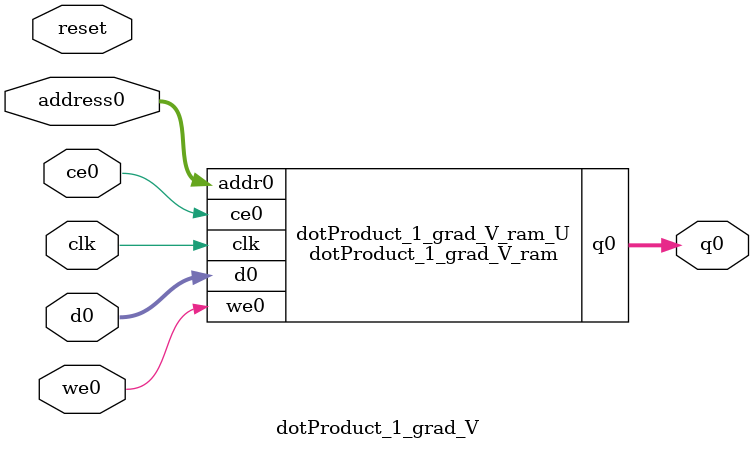
<source format=v>
`timescale 1 ns / 1 ps
module dotProduct_1_grad_V_ram (addr0, ce0, d0, we0, q0,  clk);

parameter DWIDTH = 32;
parameter AWIDTH = 9;
parameter MEM_SIZE = 512;

input[AWIDTH-1:0] addr0;
input ce0;
input[DWIDTH-1:0] d0;
input we0;
output wire[DWIDTH-1:0] q0;
input clk;

reg [DWIDTH-1:0] ram[0:MEM_SIZE-1];
reg [DWIDTH-1:0] q0_t0;
reg [DWIDTH-1:0] q0_t1;


assign q0 = q0_t1;

always @(posedge clk)  
begin
    if (ce0) 
    begin
        q0_t1 <= q0_t0;
    end
end


always @(posedge clk)  
begin 
    if (ce0) begin
        if (we0) 
            ram[addr0] <= d0; 
        q0_t0 <= ram[addr0];
    end
end


endmodule

`timescale 1 ns / 1 ps
module dotProduct_1_grad_V(
    reset,
    clk,
    address0,
    ce0,
    we0,
    d0,
    q0);

parameter DataWidth = 32'd32;
parameter AddressRange = 32'd512;
parameter AddressWidth = 32'd9;
input reset;
input clk;
input[AddressWidth - 1:0] address0;
input ce0;
input we0;
input[DataWidth - 1:0] d0;
output[DataWidth - 1:0] q0;



dotProduct_1_grad_V_ram dotProduct_1_grad_V_ram_U(
    .clk( clk ),
    .addr0( address0 ),
    .ce0( ce0 ),
    .we0( we0 ),
    .d0( d0 ),
    .q0( q0 ));

endmodule


</source>
